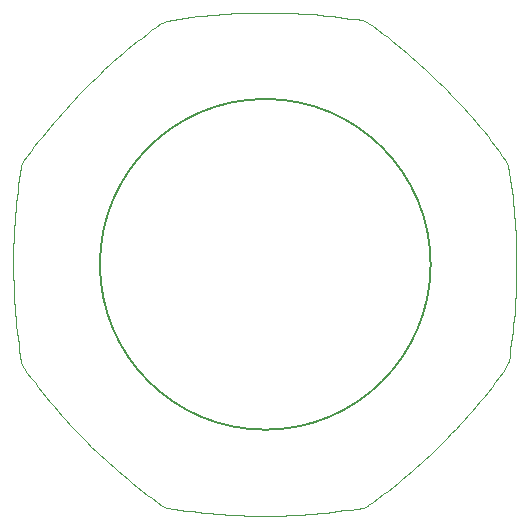
<source format=gbr>
%TF.GenerationSoftware,KiCad,Pcbnew,(5.1.6)-1*%
%TF.CreationDate,2025-07-06T20:41:09+05:30*%
%TF.ProjectId,Project_OAK_HEX_COVER_OUTER_V0,50726f6a-6563-4745-9f4f-414b5f484558,A*%
%TF.SameCoordinates,Original*%
%TF.FileFunction,Profile,NP*%
%FSLAX46Y46*%
G04 Gerber Fmt 4.6, Leading zero omitted, Abs format (unit mm)*
G04 Created by KiCad (PCBNEW (5.1.6)-1) date 2025-07-06 20:41:09*
%MOMM*%
%LPD*%
G01*
G04 APERTURE LIST*
%TA.AperFunction,Profile*%
%ADD10C,0.150000*%
%TD*%
%TA.AperFunction,Profile*%
%ADD11C,0.100000*%
%TD*%
G04 APERTURE END LIST*
D10*
X84459600Y-93472000D02*
G75*
G03*
X84459600Y-93472000I-14000000J0D01*
G01*
D11*
X70406467Y-72153422D02*
X69888943Y-72156411D01*
X69888943Y-72156411D02*
X69371472Y-72164666D01*
X69371472Y-72164666D02*
X68854053Y-72178134D01*
X68854053Y-72178134D02*
X68336740Y-72196866D01*
X68336740Y-72196866D02*
X67819586Y-72220837D01*
X67819586Y-72220837D02*
X67302644Y-72250047D01*
X67302644Y-72250047D02*
X66785940Y-72284496D01*
X66785940Y-72284496D02*
X66269500Y-72324184D01*
X66269500Y-72324184D02*
X65753405Y-72369110D01*
X65753405Y-72369110D02*
X65237653Y-72419275D01*
X65237653Y-72419275D02*
X64722325Y-72474705D01*
X64722325Y-72474705D02*
X64207420Y-72535347D01*
X64207420Y-72535347D02*
X63693044Y-72601255D01*
X63693044Y-72601255D02*
X63179171Y-72672375D01*
X63179171Y-72672375D02*
X62665906Y-72748760D01*
X62665906Y-72748760D02*
X62153224Y-72830384D01*
X62153224Y-72830384D02*
X62133089Y-72831416D01*
X62133089Y-72831416D02*
X62109832Y-72839168D01*
X62109832Y-72839168D02*
X61687637Y-73014851D01*
X61687637Y-73014851D02*
X61660227Y-73032949D01*
X61660227Y-73032949D02*
X61658163Y-73034510D01*
X61658163Y-73034510D02*
X61238031Y-73340129D01*
X61238031Y-73340129D02*
X60821154Y-73649850D01*
X60821154Y-73649850D02*
X60407611Y-73963699D01*
X60407611Y-73963699D02*
X59997375Y-74281622D01*
X59997375Y-74281622D02*
X59590526Y-74603593D01*
X59590526Y-74603593D02*
X59187090Y-74929585D01*
X59187090Y-74929585D02*
X58787067Y-75259547D01*
X58787067Y-75259547D02*
X58390483Y-75593503D01*
X58390483Y-75593503D02*
X57997419Y-75931376D01*
X57997419Y-75931376D02*
X57607847Y-76273164D01*
X57607847Y-76273164D02*
X57221820Y-76618815D01*
X57221820Y-76618815D02*
X56839366Y-76968330D01*
X56839366Y-76968330D02*
X56460509Y-77321654D01*
X56460509Y-77321654D02*
X56085277Y-77678788D01*
X56085277Y-77678788D02*
X55713697Y-78039679D01*
X55713697Y-78039679D02*
X55345821Y-78404301D01*
X55345821Y-78404301D02*
X54981649Y-78772627D01*
X54981649Y-78772627D02*
X54621234Y-79144657D01*
X54621234Y-79144657D02*
X54264576Y-79520338D01*
X54264576Y-79520338D02*
X53911728Y-79899618D01*
X53911728Y-79899618D02*
X53562690Y-80282523D01*
X53562690Y-80282523D02*
X53217542Y-80668973D01*
X53217542Y-80668973D02*
X52876256Y-81058994D01*
X52876256Y-81058994D02*
X52538886Y-81452509D01*
X52538886Y-81452509D02*
X52205485Y-81849489D01*
X52205485Y-81849489D02*
X51876053Y-82249962D01*
X51876053Y-82249962D02*
X51550611Y-82653848D01*
X51550611Y-82653848D02*
X51229206Y-83061120D01*
X51229206Y-83061120D02*
X50911862Y-83471780D01*
X50911862Y-83471780D02*
X50598607Y-83885773D01*
X50598607Y-83885773D02*
X50289470Y-84303100D01*
X50289470Y-84303100D02*
X49984480Y-84723681D01*
X49984480Y-84723681D02*
X49980864Y-84729369D01*
X49980864Y-84729369D02*
X49964843Y-84755219D01*
X49964843Y-84755219D02*
X49791210Y-85176885D01*
X49791210Y-85176885D02*
X49784493Y-85210487D01*
X49784493Y-85210487D02*
X49783458Y-85214085D01*
X49783458Y-85214085D02*
X49702467Y-85727297D01*
X49702467Y-85727297D02*
X49626722Y-86241064D01*
X49626722Y-86241064D02*
X49556226Y-86755414D01*
X49556226Y-86755414D02*
X49490980Y-87270266D01*
X49490980Y-87270266D02*
X49430981Y-87785620D01*
X49430981Y-87785620D02*
X49376233Y-88301372D01*
X49376233Y-88301372D02*
X49326731Y-88817547D01*
X49326731Y-88817547D02*
X49282479Y-89334066D01*
X49282479Y-89334066D02*
X49243476Y-89850902D01*
X49243476Y-89850902D02*
X49209723Y-90368030D01*
X49209723Y-90368030D02*
X49181218Y-90885369D01*
X49181218Y-90885369D02*
X49157963Y-91402920D01*
X49157963Y-91402920D02*
X49139957Y-91920629D01*
X49139957Y-91920629D02*
X49127200Y-92438445D01*
X49127200Y-92438445D02*
X49119694Y-92956260D01*
X49119694Y-92956260D02*
X49117436Y-93474314D01*
X49117436Y-93474314D02*
X49120429Y-93992103D01*
X49120429Y-93992103D02*
X49128671Y-94510156D01*
X49128671Y-94510156D02*
X49142163Y-95027945D01*
X49142163Y-95027945D02*
X49160905Y-95545469D01*
X49160905Y-95545469D02*
X49184897Y-96062994D01*
X49184897Y-96062994D02*
X49214140Y-96580518D01*
X49214140Y-96580518D02*
X49248632Y-97097513D01*
X49248632Y-97097513D02*
X49288375Y-97614244D01*
X49288375Y-97614244D02*
X49333369Y-98130710D01*
X49333369Y-98130710D02*
X49383612Y-98646911D01*
X49383612Y-98646911D02*
X49439109Y-99162584D01*
X49439109Y-99162584D02*
X49499854Y-99677727D01*
X49499854Y-99677727D02*
X49565849Y-100192605D01*
X49565849Y-100192605D02*
X49637096Y-100706690D01*
X49637096Y-100706690D02*
X49713595Y-101220510D01*
X49713595Y-101220510D02*
X49795343Y-101733537D01*
X49795343Y-101733537D02*
X49803095Y-101768726D01*
X49803095Y-101768726D02*
X49978794Y-102188884D01*
X49978794Y-102188884D02*
X49993265Y-102213490D01*
X49993265Y-102213490D02*
X49998432Y-102221692D01*
X49998432Y-102221692D02*
X50304041Y-102641850D01*
X50304041Y-102641850D02*
X50613780Y-103058833D01*
X50613780Y-103058833D02*
X50927626Y-103472376D01*
X50927626Y-103472376D02*
X51245546Y-103882480D01*
X51245546Y-103882480D02*
X51567512Y-104289408D01*
X51567512Y-104289408D02*
X51893489Y-104692897D01*
X51893489Y-104692897D02*
X52223477Y-105092947D01*
X52223477Y-105092947D02*
X52557407Y-105489557D01*
X52557407Y-105489557D02*
X52895306Y-105882463D01*
X52895306Y-105882463D02*
X53237068Y-106272193D01*
X53237068Y-106272193D02*
X53582746Y-106658220D01*
X53582746Y-106658220D02*
X53932260Y-107040542D01*
X53932260Y-107040542D02*
X54285584Y-107419425D01*
X54285584Y-107419425D02*
X54642718Y-107794604D01*
X54642718Y-107794604D02*
X55003609Y-108166343D01*
X55003609Y-108166343D02*
X55368231Y-108534113D01*
X55368231Y-108534113D02*
X55736584Y-108898180D01*
X55736584Y-108898180D02*
X56108587Y-109258806D01*
X56108587Y-109258806D02*
X56484269Y-109615464D01*
X56484269Y-109615464D02*
X56863575Y-109968153D01*
X56863575Y-109968153D02*
X57246453Y-110317138D01*
X57246453Y-110317138D02*
X57632929Y-110662419D01*
X57632929Y-110662419D02*
X58022925Y-111003731D01*
X58022925Y-111003731D02*
X58416439Y-111341074D01*
X58416439Y-111341074D02*
X58813446Y-111674449D01*
X58813446Y-111674449D02*
X59213892Y-112003855D01*
X59213892Y-112003855D02*
X59617778Y-112329292D01*
X59617778Y-112329292D02*
X60025077Y-112650760D01*
X60025077Y-112650760D02*
X60435710Y-112967995D01*
X60435710Y-112967995D02*
X60849729Y-113281262D01*
X60849729Y-113281262D02*
X61267030Y-113590559D01*
X61267030Y-113590559D02*
X61687637Y-113895359D01*
X61687637Y-113895359D02*
X61713461Y-113908852D01*
X61713461Y-113908852D02*
X61714492Y-113909382D01*
X61714492Y-113909382D02*
X61719149Y-113911498D01*
X61719149Y-113911498D02*
X62140815Y-114087181D01*
X62140815Y-114087181D02*
X62167194Y-114094590D01*
X62167194Y-114094590D02*
X62168226Y-114094590D01*
X62168226Y-114094590D02*
X62178042Y-114097236D01*
X62178042Y-114097236D02*
X62691227Y-114178198D01*
X62691227Y-114178198D02*
X63205021Y-114253869D01*
X63205021Y-114253869D02*
X63719344Y-114324512D01*
X63719344Y-114324512D02*
X64234222Y-114389600D01*
X64234222Y-114389600D02*
X64749551Y-114449660D01*
X64749551Y-114449660D02*
X65265329Y-114504429D01*
X65265329Y-114504429D02*
X65781477Y-114553906D01*
X65781477Y-114553906D02*
X66297996Y-114598091D01*
X66297996Y-114598091D02*
X66814859Y-114637249D01*
X66814859Y-114637249D02*
X67331960Y-114670851D01*
X67331960Y-114670851D02*
X67849326Y-114699426D01*
X67849326Y-114699426D02*
X68366876Y-114722710D01*
X68366876Y-114722710D02*
X68884559Y-114740701D01*
X68884559Y-114740701D02*
X69402401Y-114753401D01*
X69402401Y-114753401D02*
X69920296Y-114760810D01*
X69920296Y-114760810D02*
X70438217Y-114763191D01*
X70438217Y-114763191D02*
X70956165Y-114760281D01*
X70956165Y-114760281D02*
X71474033Y-114752078D01*
X71474033Y-114752078D02*
X71991849Y-114738585D01*
X71991849Y-114738585D02*
X72509505Y-114719799D01*
X72509505Y-114719799D02*
X73027030Y-114695722D01*
X73027030Y-114695722D02*
X73544342Y-114666618D01*
X73544342Y-114666618D02*
X74061417Y-114631958D01*
X74061417Y-114631958D02*
X74578200Y-114592270D01*
X74578200Y-114592270D02*
X75094640Y-114547291D01*
X75094640Y-114547291D02*
X75610762Y-114497020D01*
X75610762Y-114497020D02*
X76126434Y-114441458D01*
X76126434Y-114441458D02*
X76641577Y-114380868D01*
X76641577Y-114380868D02*
X77156456Y-114314723D01*
X77156456Y-114314723D02*
X77670805Y-114243550D01*
X77670805Y-114243550D02*
X78184361Y-114167085D01*
X78184361Y-114167085D02*
X78697387Y-114085329D01*
X78697387Y-114085329D02*
X78711939Y-114081625D01*
X78711939Y-114081625D02*
X78712469Y-114081625D01*
X78712469Y-114081625D02*
X78732577Y-114075540D01*
X78732577Y-114075540D02*
X79154322Y-113899857D01*
X79154322Y-113899857D02*
X79165170Y-113894565D01*
X79165170Y-113894565D02*
X79166758Y-113893507D01*
X79166758Y-113893507D02*
X79187924Y-113882130D01*
X79187924Y-113882130D02*
X79608082Y-113576536D01*
X79608082Y-113576536D02*
X80024800Y-113266709D01*
X80024800Y-113266709D02*
X80438343Y-112952914D01*
X80438343Y-112952914D02*
X80848712Y-112635150D01*
X80848712Y-112635150D02*
X81255376Y-112313152D01*
X81255376Y-112313152D02*
X81658865Y-111987186D01*
X81658865Y-111987186D02*
X82058650Y-111657251D01*
X82058650Y-111657251D02*
X82455260Y-111323083D01*
X82455260Y-111323083D02*
X82848165Y-110985210D01*
X82848165Y-110985210D02*
X83237632Y-110643634D01*
X83237632Y-110643634D02*
X83623658Y-110297824D01*
X83623658Y-110297824D02*
X84005981Y-109948309D01*
X84005981Y-109948309D02*
X84384864Y-109595091D01*
X84384864Y-109595091D02*
X84760042Y-109237904D01*
X84760042Y-109237904D02*
X85131517Y-108877013D01*
X85131517Y-108877013D02*
X85499287Y-108512418D01*
X85499287Y-108512418D02*
X85863353Y-108144118D01*
X85863353Y-108144118D02*
X86223715Y-107772114D01*
X86223715Y-107772114D02*
X86580109Y-107396406D01*
X86580109Y-107396406D02*
X86932798Y-107016994D01*
X86932798Y-107016994D02*
X87281783Y-106634143D01*
X87281783Y-106634143D02*
X87626799Y-106247587D01*
X87626799Y-106247587D02*
X87968111Y-105857592D01*
X87968111Y-105857592D02*
X88305454Y-105464157D01*
X88305454Y-105464157D02*
X88638829Y-105067282D01*
X88638829Y-105067282D02*
X88968235Y-104666704D01*
X88968235Y-104666704D02*
X89293407Y-104262950D01*
X89293407Y-104262950D02*
X89614876Y-103855492D01*
X89614876Y-103855492D02*
X89932111Y-103444859D01*
X89932111Y-103444859D02*
X90245377Y-103030787D01*
X90245377Y-103030787D02*
X90554410Y-102613540D01*
X90554410Y-102613540D02*
X90859474Y-102193117D01*
X90859474Y-102193117D02*
X90872439Y-102168776D01*
X90872439Y-102168776D02*
X90877201Y-102159515D01*
X90877201Y-102159515D02*
X91051297Y-101737770D01*
X91051297Y-101737770D02*
X91053413Y-101730891D01*
X91053413Y-101730891D02*
X91062674Y-101702580D01*
X91062674Y-101702580D02*
X91143636Y-101189289D01*
X91143636Y-101189289D02*
X91219307Y-100675469D01*
X91219307Y-100675469D02*
X91289951Y-100161120D01*
X91289951Y-100161120D02*
X91355038Y-99646506D01*
X91355038Y-99646506D02*
X91415098Y-99131098D01*
X91415098Y-99131098D02*
X91469603Y-98615161D01*
X91469603Y-98615161D02*
X91519080Y-98099224D01*
X91519080Y-98099224D02*
X91563265Y-97582494D01*
X91563265Y-97582494D02*
X91602423Y-97065763D01*
X91602423Y-97065763D02*
X91636025Y-96548503D01*
X91636025Y-96548503D02*
X91664336Y-96031244D01*
X91664336Y-96031244D02*
X91687619Y-95513719D01*
X91687619Y-95513719D02*
X91705611Y-94995930D01*
X91705611Y-94995930D02*
X91718311Y-94478141D01*
X91718311Y-94478141D02*
X91725719Y-93960353D01*
X91725719Y-93960353D02*
X91727836Y-93442299D01*
X91727836Y-93442299D02*
X91724925Y-92924510D01*
X91724925Y-92924510D02*
X91716458Y-92406536D01*
X91716458Y-92406536D02*
X91702965Y-91888747D01*
X91702965Y-91888747D02*
X91684179Y-91371064D01*
X91684179Y-91371064D02*
X91660102Y-90853566D01*
X91660102Y-90853566D02*
X91630734Y-90336253D01*
X91630734Y-90336253D02*
X91596338Y-89819179D01*
X91596338Y-89819179D02*
X91556386Y-89302395D01*
X91556386Y-89302395D02*
X91511407Y-88785929D01*
X91511407Y-88785929D02*
X91461136Y-88269860D01*
X91461136Y-88269860D02*
X91405573Y-87754161D01*
X91405573Y-87754161D02*
X91344719Y-87238912D01*
X91344719Y-87238912D02*
X91278838Y-86724140D01*
X91278838Y-86724140D02*
X91207401Y-86209923D01*
X91207401Y-86209923D02*
X91130936Y-85696235D01*
X91130936Y-85696235D02*
X91049180Y-85183182D01*
X91049180Y-85183182D02*
X91045211Y-85167148D01*
X91045211Y-85167148D02*
X91045211Y-85166116D01*
X91045211Y-85166116D02*
X91039391Y-85145982D01*
X91039391Y-85145982D02*
X90863707Y-84723786D01*
X90863707Y-84723786D02*
X90849685Y-84700530D01*
X90849685Y-84700530D02*
X90849155Y-84699498D01*
X90849155Y-84699498D02*
X90846245Y-84694841D01*
X90846245Y-84694841D02*
X90540387Y-84274683D01*
X90540387Y-84274683D02*
X90230825Y-83857806D01*
X90230825Y-83857806D02*
X89917029Y-83444237D01*
X89917029Y-83444237D02*
X89599001Y-83034001D01*
X89599001Y-83034001D02*
X89277003Y-82627151D01*
X89277003Y-82627151D02*
X88951037Y-82223715D01*
X88951037Y-82223715D02*
X88620837Y-81823666D01*
X88620837Y-81823666D02*
X88286934Y-81427109D01*
X88286934Y-81427109D02*
X87949061Y-81034018D01*
X87949061Y-81034018D02*
X87607220Y-80644446D01*
X87607220Y-80644446D02*
X87261674Y-80258419D01*
X87261674Y-80258419D02*
X86912160Y-79875964D01*
X86912160Y-79875964D02*
X86558677Y-79497108D01*
X86558677Y-79497108D02*
X86201490Y-79121876D01*
X86201490Y-79121876D02*
X85840599Y-78750296D01*
X85840599Y-78750296D02*
X85476004Y-78382420D01*
X85476004Y-78382420D02*
X85107704Y-78018248D01*
X85107704Y-78018248D02*
X84735436Y-77657833D01*
X84735436Y-77657833D02*
X84359728Y-77301175D01*
X84359728Y-77301175D02*
X83980581Y-76948301D01*
X83980581Y-76948301D02*
X83597729Y-76599289D01*
X83597729Y-76599289D02*
X83211173Y-76254141D01*
X83211173Y-76254141D02*
X82821178Y-75912855D01*
X82821178Y-75912855D02*
X82427478Y-75575485D01*
X82427478Y-75575485D02*
X82030604Y-75242084D01*
X82030604Y-75242084D02*
X81630025Y-74912626D01*
X81630025Y-74912626D02*
X81226272Y-74587188D01*
X81226272Y-74587188D02*
X80818814Y-74265799D01*
X80818814Y-74265799D02*
X80408181Y-73948459D01*
X80408181Y-73948459D02*
X79994109Y-73635192D01*
X79994109Y-73635192D02*
X79576861Y-73326054D01*
X79576861Y-73326054D02*
X79156174Y-73021069D01*
X79156174Y-73021069D02*
X79145326Y-73014348D01*
X79145326Y-73014348D02*
X79145062Y-73013819D01*
X79145062Y-73013819D02*
X79123366Y-73001410D01*
X79123366Y-73001410D02*
X78701621Y-72825701D01*
X78701621Y-72825701D02*
X78681777Y-72820012D01*
X78681777Y-72820012D02*
X78661139Y-72818478D01*
X78661139Y-72818478D02*
X78660081Y-72818478D01*
X78660081Y-72818478D02*
X78147319Y-72737621D01*
X78147319Y-72737621D02*
X77634028Y-72661977D01*
X77634028Y-72661977D02*
X77119943Y-72591571D01*
X77119943Y-72591571D02*
X76605594Y-72526431D01*
X76605594Y-72526431D02*
X76090716Y-72466503D01*
X76090716Y-72466503D02*
X75575308Y-72411840D01*
X75575308Y-72411840D02*
X75059556Y-72362389D01*
X75059556Y-72362389D02*
X74543434Y-72318204D01*
X74543434Y-72318204D02*
X74027021Y-72279257D01*
X74027021Y-72279257D02*
X73510317Y-72245549D01*
X73510317Y-72245549D02*
X72993375Y-72217080D01*
X72993375Y-72217080D02*
X72476221Y-72193850D01*
X72476221Y-72193850D02*
X71958935Y-72175885D01*
X71958935Y-72175885D02*
X71441516Y-72163132D01*
X71441516Y-72163132D02*
X70924018Y-72155644D01*
X70924018Y-72155644D02*
X70406467Y-72153422D01*
X70406467Y-72153422D02*
X70406467Y-72153422D01*
X70406467Y-72153422D02*
X70406467Y-72153422D01*
M02*

</source>
